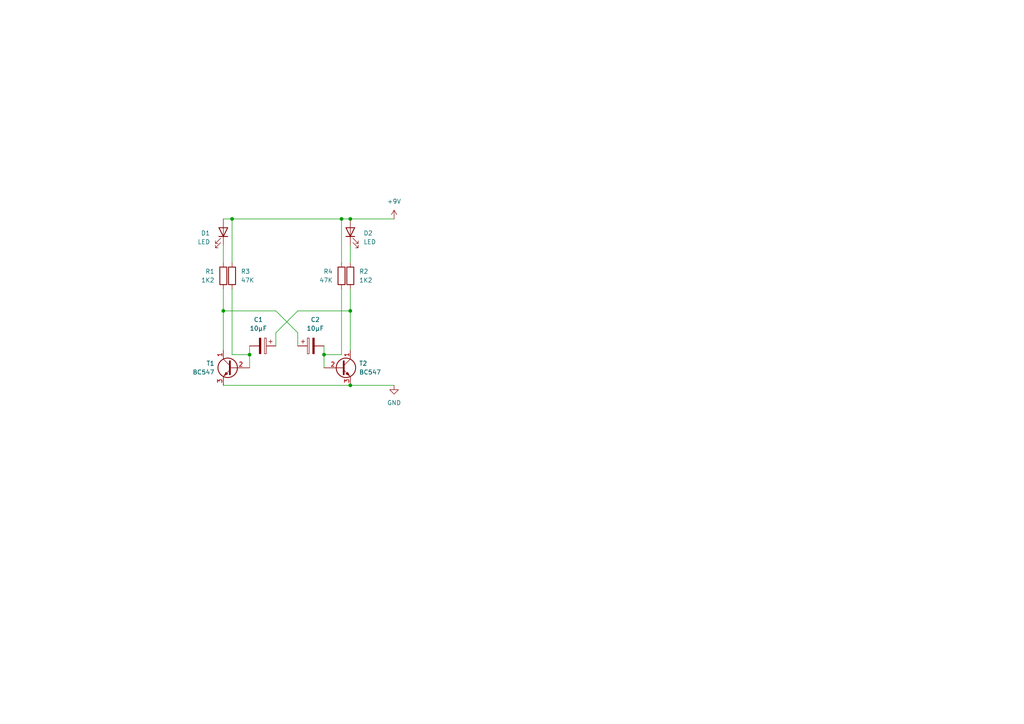
<source format=kicad_sch>
(kicad_sch (version 20230121) (generator eeschema)
  (paper "A4")
  (title_block (title "Blikač") (date "2025-02-21") (comment 4 "Dominik Nagy"))
  (lib_symbols
    (symbol "Device:C_Polarized" (pin_numbers hide) (pin_names (offset 0.254))
      (property "Reference" "C" (at 0.635 2.54 0))
      (property "Value" "C_Polarized" (at 0.635 -2.54 0))
      (symbol "C_Polarized_0_1"
        (rectangle (start -2.286 0.508) (end 2.286 1.016))
        (polyline (pts (xy -1.778 2.286) (xy -0.762 2.286)))
        (polyline (pts (xy -1.27 2.794) (xy -1.27 1.778)))
        (rectangle (start 2.286 -0.508) (end -2.286 -1.016) (fill (type outline)))
      )
      (symbol "C_Polarized_1_1"
        (pin passive line (at 0 3.81 270) (length 2.794) (name "~") (number "1"))
        (pin passive line (at 0 -3.81 90) (length 2.794) (name "~") (number "2"))
      )
    )
    (symbol "Device:LED" (pin_numbers hide) (pin_names (offset 1.016) hide)
      (property "Reference" "D" (at 0 2.54 0))
      (property "Value" "LED" (at 0 -2.54 0))
      (symbol "LED_0_1"
        (polyline (pts (xy -1.27 -1.27) (xy -1.27 1.27)) (stroke (width 0.254)))
        (polyline (pts (xy -1.27 0) (xy 1.27 0)))
        (polyline (pts (xy 1.27 -1.27) (xy 1.27 1.27) (xy -1.27 0) (xy 1.27 -1.27)) (stroke (width 0.254)))
        (polyline (pts (xy -3.048 -0.762) (xy -4.572 -2.286) (xy -3.81 -2.286) (xy -4.572 -2.286) (xy -4.572 -1.524)))
        (polyline (pts (xy -1.778 -0.762) (xy -3.302 -2.286) (xy -2.54 -2.286) (xy -3.302 -2.286) (xy -3.302 -1.524)))
      )
      (symbol "LED_1_1"
        (pin passive line (at -3.81 0 0) (length 2.54) (name "K") (number "1"))
        (pin passive line (at 3.81 0 180) (length 2.54) (name "A") (number "2"))
      )
    )
    (symbol "Device:R" (pin_numbers hide) (pin_names (offset 0))
      (property "Reference" "R" (at 2.032 0 90))
      (property "Value" "R" (at 0 0 90))
      (symbol "R_0_1"
        (rectangle (start -1.016 -2.54) (end 1.016 2.54) (stroke (width 0.254)))
      )
      (symbol "R_1_1"
        (pin passive line (at 0 3.81 270) (length 1.27) (name "~") (number "1"))
        (pin passive line (at 0 -3.81 90) (length 1.27) (name "~") (number "2"))
      )
    )
    (symbol "Transistor_BJT:BC547" (pin_names (offset 0) hide)
      (property "Reference" "Q" (at 5.08 1.905 0))
      (property "Value" "BC547" (at 5.08 0 0))
      (symbol "BC547_0_1"
        (polyline (pts (xy 0 0) (xy 0.635 0)))
        (polyline (pts (xy 0.635 0.635) (xy 2.54 2.54)))
        (polyline (pts (xy 0.635 -0.635) (xy 2.54 -2.54) (xy 2.54 -2.54)))
        (polyline (pts (xy 0.635 1.905) (xy 0.635 -1.905) (xy 0.635 -1.905)) (stroke (width 0.508)))
        (polyline (pts (xy 1.27 -1.778) (xy 1.778 -1.27) (xy 2.286 -2.286) (xy 1.27 -1.778) (xy 1.27 -1.778)) (fill (type outline)))
        (circle (center 1.27 0) (radius 2.8194) (stroke (width 0.254)))
      )
      (symbol "BC547_1_1"
        (pin passive line (at 2.54 5.08 270) (length 2.54) (name "C") (number "1"))
        (pin input line (at -5.08 0 0) (length 5.08) (name "B") (number "2"))
        (pin passive line (at 2.54 -5.08 90) (length 2.54) (name "E") (number "3"))
      )
    )
    (symbol "power:+9V" (power) (pin_names (offset 0))
      (property "Value" "+9V" (at 0 3.556 0))
      (symbol "+9V_0_1"
        (polyline (pts (xy -0.762 1.27) (xy 0 2.54)))
        (polyline (pts (xy 0 0) (xy 0 2.54)))
        (polyline (pts (xy 0 2.54) (xy 0.762 1.27)))
      )
      (symbol "+9V_1_1"
        (pin power_in line (at 0 0 90) (length 0) hide (name "+9V") (number "1"))
      )
    )
    (symbol "power:GND" (power) (pin_names (offset 0))
      (property "Value" "GND" (at 0 -3.81 0))
      (symbol "GND_0_1"
        (polyline (pts (xy 0 0) (xy 0 -1.27) (xy 1.27 -1.27) (xy 0 -2.54) (xy -1.27 -1.27) (xy 0 -1.27)))
      )
      (symbol "GND_1_1"
        (pin power_in line (at 0 0 270) (length 0) hide (name "GND") (number "1"))
      )
    )
  )
  (junction (at 101.6 111.76))
  (junction (at 101.6 63.5))
  (junction (at 101.6 90.17))
  (junction (at 67.31 63.5))
  (junction (at 93.98 102.87))
  (junction (at 64.77 90.17))
  (junction (at 99.06 63.5))
  (junction (at 72.39 102.87))
  (wire (pts (xy 67.31 63.5) (xy 67.31 76.2)))
  (wire (pts (xy 72.39 102.87) (xy 72.39 106.68)))
  (wire (pts (xy 101.6 90.17) (xy 101.6 101.6)))
  (wire (pts (xy 86.36 90.17) (xy 101.6 90.17)))
  (wire (pts (xy 80.01 100.33) (xy 80.01 96.52)))
  (wire (pts (xy 80.01 96.52) (xy 86.36 90.17)))
  (wire (pts (xy 93.98 100.33) (xy 93.98 102.87)))
  (wire (pts (xy 72.39 100.33) (xy 72.39 102.87)))
  (wire (pts (xy 64.77 71.12) (xy 64.77 76.2)))
  (wire (pts (xy 86.36 100.33) (xy 86.36 96.52)))
  (wire (pts (xy 93.98 102.87) (xy 93.98 106.68)))
  (wire (pts (xy 101.6 63.5) (xy 114.3 63.5)))
  (wire (pts (xy 64.77 90.17) (xy 64.77 101.6)))
  (wire (pts (xy 67.31 83.82) (xy 67.31 102.87)))
  (wire (pts (xy 99.06 63.5) (xy 101.6 63.5)))
  (wire (pts (xy 67.31 63.5) (xy 99.06 63.5)))
  (wire (pts (xy 64.77 111.76) (xy 101.6 111.76)))
  (wire (pts (xy 64.77 90.17) (xy 80.01 90.17)))
  (wire (pts (xy 99.06 63.5) (xy 99.06 76.2)))
  (wire (pts (xy 64.77 63.5) (xy 67.31 63.5)))
  (wire (pts (xy 101.6 111.76) (xy 114.3 111.76)))
  (wire (pts (xy 101.6 71.12) (xy 101.6 76.2)))
  (wire (pts (xy 86.36 96.52) (xy 80.01 90.17)))
  (wire (pts (xy 67.31 102.87) (xy 72.39 102.87)))
  (wire (pts (xy 93.98 102.87) (xy 99.06 102.87)))
  (wire (pts (xy 64.77 83.82) (xy 64.77 90.17)))
  (wire (pts (xy 99.06 83.82) (xy 99.06 102.87)))
  (wire (pts (xy 101.6 83.82) (xy 101.6 90.17)))
  (symbol (lib_id "Transistor_BJT:BC547") (at 99.06 106.68 0) (unit 1)
    (property "Reference" "T2" (at 104.14 105.41 0) (effects (justify left)))
    (property "Value" "BC547" (at 104.14 107.95 0) (effects (justify left)))
    (property "Footprint" "Package_TO_SOT_THT:TO-92_Inline_Wide" (effects hide))
    (property "Datasheet" "https://www.onsemi.com/pub/Collateral/BC550-D.pdf" (effects hide))
  )
  (symbol (lib_id "Device:C_Polarized") (at 90.17 100.33 90) (mirror x) (unit 1)
    (property "Reference" "C2" (at 91.44 92.71 90))
    (property "Value" "10µF" (at 91.44 95.25 90))
    (property "Footprint" "Capacitor_THT:CP_Radial_D5.0mm_P2.50mm" (effects hide))
  )
  (symbol (lib_id "Device:R") (at 99.06 80.01 0) (mirror y) (unit 1)
    (property "Reference" "R4" (at 96.52 78.74 0) (effects (justify left)))
    (property "Value" "47K" (at 96.52 81.28 0) (effects (justify left)))
    (property "Footprint" "Resistor_THT:R_Axial_DIN0207_L6.3mm_D2.5mm_P10.16mm_Horizontal" (effects hide))
  )
  (symbol (lib_id "Device:R") (at 64.77 80.01 0) (mirror y) (unit 1)
    (property "Reference" "R1" (at 62.23 78.74 0) (effects (justify left)))
    (property "Value" "1K2" (at 62.23 81.28 0) (effects (justify left)))
    (property "Footprint" "Resistor_THT:R_Axial_DIN0207_L6.3mm_D2.5mm_P10.16mm_Horizontal" (effects hide))
  )
  (symbol (lib_id "Device:LED") (at 64.77 67.31 270) (mirror x) (unit 1)
    (property "Reference" "D1" (at 60.96 67.6275 90) (effects (justify right)))
    (property "Value" "LED" (at 60.96 70.1675 90) (effects (justify right)))
    (property "Footprint" "LED_THT:LED_D5.0mm" (effects hide))
  )
  (symbol (lib_id "power:GND") (at 114.3 111.76 0) (unit 1)
    (property "Reference" "#PWR02" (effects hide))
    (property "Value" "GND" (at 114.3 116.84 0))
  )
  (symbol (lib_id "Device:R") (at 67.31 80.01 0) (unit 1)
    (property "Reference" "R3" (at 69.85 78.74 0) (effects (justify left)))
    (property "Value" "47K" (at 69.85 81.28 0) (effects (justify left)))
    (property "Footprint" "Resistor_THT:R_Axial_DIN0207_L6.3mm_D2.5mm_P10.16mm_Horizontal" (effects hide))
  )
  (symbol (lib_id "Device:LED") (at 101.6 67.31 90) (unit 1)
    (property "Reference" "D2" (at 105.41 67.6275 90) (effects (justify right)))
    (property "Value" "LED" (at 105.41 70.1675 90) (effects (justify right)))
    (property "Footprint" "LED_THT:LED_D5.0mm" (effects hide))
  )
  (symbol (lib_id "Device:C_Polarized") (at 76.2 100.33 270) (unit 1)
    (property "Reference" "C1" (at 74.93 92.71 90))
    (property "Value" "10µF" (at 74.93 95.25 90))
    (property "Footprint" "Capacitor_THT:CP_Radial_D5.0mm_P2.50mm" (effects hide))
  )
  (symbol (lib_id "Transistor_BJT:BC547") (at 67.31 106.68 0) (mirror y) (unit 1)
    (property "Reference" "T1" (at 62.23 105.41 0) (effects (justify left)))
    (property "Value" "BC547" (at 62.23 107.95 0) (effects (justify left)))
    (property "Footprint" "Package_TO_SOT_THT:TO-92_Inline_Wide" (effects hide))
    (property "Datasheet" "https://www.onsemi.com/pub/Collateral/BC550-D.pdf" (effects hide))
  )
  (symbol (lib_id "power:+9V") (at 114.3 63.5 0) (unit 1)
    (property "Reference" "#PWR01" (effects hide))
    (property "Value" "+9V" (at 114.3 58.42 0))
  )
  (symbol (lib_id "Device:R") (at 101.6 80.01 0) (unit 1)
    (property "Reference" "R2" (at 104.14 78.74 0) (effects (justify left)))
    (property "Value" "1K2" (at 104.14 81.28 0) (effects (justify left)))
    (property "Footprint" "Resistor_THT:R_Axial_DIN0207_L6.3mm_D2.5mm_P10.16mm_Horizontal" (effects hide))
  )
)
</source>
